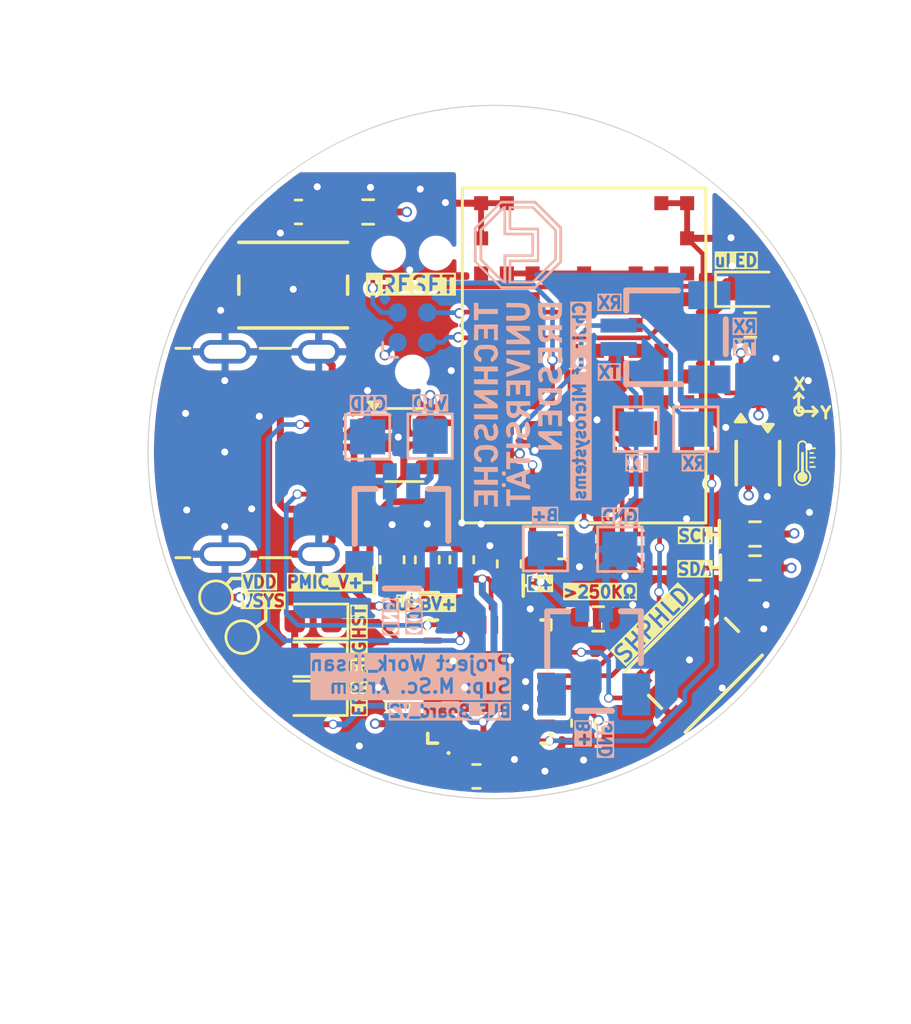
<source format=kicad_pcb>
(kicad_pcb (version 20240108) (generator "pcbnew") (generator_version "8.0")
  (layers (0 "F.Cu" signal) (1 "In1.Cu" power) (2 "In2.Cu" power) (31 "B.Cu" signal) (34 "B.Paste" user) (35 "F.Paste" user) (36 "B.SilkS" user "B.Silkscreen") (37 "F.SilkS" user "F.Silkscreen") (38 "B.Mask" user) (39 "F.Mask" user) (44 "Edge.Cuts" user))
  (net 0 "")
  (net 1 "/nRESET")
  (net 2 "GND")
  (net 3 "/VBUS")
  (net 4 "/VDD")
  (net 5 "/+BATT")
  (net 6 "/VSYS")
  (net 7 "/USB_VBUS")
  (net 8 "Net-(D1-A)")
  (net 9 "Net-(D3-K)")
  (net 10 "/PMIC_IO4")
  (net 11 "Net-(IC1-VSET2)")
  (net 12 "/SCL")
  (net 13 "/PMIC_IO2")
  (net 14 "/PMIC_SHPHLD")
  (net 15 "/USB_CC1")
  (net 16 "/PMIC_IO3")
  (net 17 "/PMIC_IO0")
  (net 18 "Net-(IC1-SW2)")
  (net 19 "/USB_CC2")
  (net 21 "/SDA")
  (net 22 "/PMIC_IO1")
  (net 23 "/SWCLK")
  (net 24 "/SWO")
  (net 25 "/SWDIO")
  (net 26 "Net-(J9-DP1)")
  (net 27 "Net-(J9-DN1)")
  (net 30 "/TX")
  (net 31 "/RX")
  (net 32 "/LED2")
  (net 44 "/RTS")
  (net 53 "/XL2")
  (net 58 "/CTS")
  (net 63 "/XL1")
  (net 68 "/USB_DP")
  (net 69 "/USB_DN")
  (net 75 "/INT1")
  (net 85 "Net-(D4-K)")
  (net 86 "Net-(D5-K)")
  (footprint "Resistor_SMD:R_0603_1608Metric" (layer "F.Cu") (at 161.25 128.725)
    (property "Reference" "R9" (hide yes))
    (property "Value" "4.7K")
  )
  (footprint "Project_Work:LIS2DTW12_STM" (layer "F.Cu") (at 161.4 121 90)
    (property "Reference" "U2" (hide yes))
    (property "Value" "LIS2DTW12")
  )
  (footprint "Capacitor_SMD:C_0603_1608Metric" (layer "F.Cu") (at 146 134.6 90)
    (property "Reference" "C8" (hide yes))
    (property "Value" "10uF")
  )
  (footprint "LOGO" (layer "F.Cu") (at 163.375 124.25)
    (property "Reference" "G***" (hide yes))
    (property "Value" "LOGO" (hide yes))
  )
  (footprint "Capacitor_SMD:C_0603_1608Metric" (layer "F.Cu") (at 153 127.825)
    (property "Reference" "C7" (hide yes))
    (property "Value" "4.7uF")
  )
  (footprint "LED_SMD:LED_0603_1608Metric" (layer "F.Cu") (at 142.375 131 180)
    (property "Reference" "D5" (hide yes))
    (property "Value" "Blue")
  )
  (footprint "Project_Work:SW4_PTS815 SJM 250 SMTR LFS_CNK" (layer "F.Cu") (at 141.525 116.65 180)
    (property "Reference" "SW1" (hide yes))
    (property "Value" "SW_MEC_5E")
  )
  (footprint "Resistor_SMD:R_0603_1608Metric" (layer "F.Cu") (at 144.725 113.525 180)
    (property "Reference" "R1" (hide yes))
    (property "Value" "4.7K")
  )
  (footprint "Capacitor_SMD:C_0603_1608Metric" (layer "F.Cu") (at 148.725 128.375 90)
    (property "Reference" "C13" (hide yes))
    (property "Value" "10uF")
  )
  (footprint "Project_Work:NORA-B106-00B" (layer "F.Cu") (at 153.95 120.55 90)
    (property "Reference" "U1" (hide yes))
    (property "Value" "NORA-B106-00B")
  )
  (footprint "Capacitor_SMD:C_0603_1608Metric" (layer "F.Cu") (at 147.25 128.375 90)
    (property "Reference" "C18" (hide yes))
    (property "Value" "100nF")
  )
  (footprint "Package_TO_SOT_SMD:SOT-23-6" (layer "F.Cu") (at 146.275 123.475)
    (property "Reference" "U6" (hide yes))
    (property "Value" "USBLC6-2SC6")
  )
  (footprint "Resistor_SMD:R_0603_1608Metric" (layer "F.Cu") (at 161.05 118.35 180)
    (property "Reference" "R2" (hide yes))
    (property "Value" "220R")
  )
  (footprint "Capacitor_SMD:C_0603_1608Metric" (layer "F.Cu") (at 153.925 135.35 -90)
    (property "Reference" "C9" (hide yes))
    (property "Value" "100nF")
  )
  (footprint "Inductor_SMD:L_0603_1608Metric" (layer "F.Cu") (at 149.35 137.625 180)
    (property "Reference" "L1" (hide yes))
    (property "Value" "2.2uH 20%")
  )
  (footprint "TestPoint:TestPoint_Pad_D1.0mm" (layer "F.Cu") (at 138.225 129.975)
    (property "Reference" "TP7" (hide yes))
    (property "Value" "TestPoint")
  )
  (footprint "Project_Work:SW4_PTS815 SJM 250 SMTR LFS_CNK" (layer "F.Cu") (at 158.623409 132.8 -135)
    (property "Reference" "SW2" (hide yes))
    (property "Value" "SW_MEC_5E")
  )
  (footprint "LED_SMD:LED_0603_1608Metric" (layer "F.Cu") (at 142.350001 134.2882 180)
    (property "Reference" "D3" (hide yes))
    (property "Value" "Red")
  )
  (footprint "Capacitor_SMD:C_0603_1608Metric" (layer "F.Cu") (at 150.75 128.55 90)
    (property "Reference" "C11" (hide yes))
    (property "Value" "2.2uF")
  )
  (footprint "Project_Work:NPM1300" (layer "F.Cu") (at 149.9 133.574301 90)
    (property "Reference" "IC1" (hide yes))
    (property "Value" "NPM1300-QEAA-R")
  )
  (footprint "Capacitor_SMD:C_0603_1608Metric" (layer "F.Cu") (at 145.75 128.375 90)
    (property "Reference" "C17" (hide yes))
    (property "Value" "100nF")
  )
  (footprint "TestPoint:TestPoint_Pad_D1.0mm" (layer "F.Cu") (at 139.35 131.675)
    (property "Reference" "TP9" (hide yes))
    (property "Value" "TestPoint")
  )
  (footprint "LED_SMD:LED_0603_1608Metric" (layer "F.Cu") (at 142.35 132.625 180)
    (property "Reference" "D4" (hide yes))
    (property "Value" "Green")
  )
  (footprint "Project_Work:SAMESKY_UJ20-C-H-G-SMT-P16-TR-USBC-FEMALE" (layer "F.Cu") (at 138.612498 123.81575 -90)
    (property "Reference" "J9" (hide yes))
    (property "Value" "UJ20-C-H-G-SMT-P16-TR")
  )
  (footprint "Project_Work:STS40" (layer "F.Cu") (at 161.374951 124.2493 -90)
    (property "Reference" "U4" (hide yes))
    (property "Value" "STS40")
  )
  (footprint "LED_SMD:LED_0603_1608Metric" (layer "F.Cu") (at 161.05 116.825)
    (property "Reference" "D1" (hide yes))
    (property "Value" "RED")
  )
  (footprint "Resistor_SMD:R_0603_1608Metric" (layer "F.Cu") (at 154.55 130.9)
    (property "Reference" "R6" (hide yes))
    (property "Value" "330K")
  )
  (footprint "Resistor_SMD:R_0603_1608Metric" (layer "F.Cu") (at 161.25 127.275)
    (property "Reference" "R8" (hide yes))
    (property "Value" "4.7K")
  )
  (footprint "Capacitor_SMD:C_0603_1608Metric" (layer "F.Cu") (at 141.75 113.525 180)
    (property "Reference" "C1" (hide yes))
    (property "Value" "100nF")
  )
  (footprint "TestPoint:TestPoint_Pad_1.5x1.5mm" (layer "B.Cu") (at 156.175 122.8 180)
    (property "Reference" "TP2" (hide yes))
    (property "Value" "TestPoint")
  )
  (footprint "Project_Work:SM02B-SRSS-TB" (layer "B.Cu") (at 154.375 132.225 180)
    (property "Reference" "J4" (hide yes))
    (property "Value" "SM02B-SRSS-TB")
  )
  (footprint "LOGO" (layer "B.Cu") (at 151.125 119.575 -90)
    (property "Reference" "g" (hide yes))
    (property "Value" "LOGO" (hide yes))
  )
  (footprint "TestPoint:TestPoint_Pad_1.5x1.5mm" (layer "B.Cu") (at 158.725 122.8 180)
    (property "Reference" "TP3" (hide yes))
    (property "Value" "TestPoint")
  )
  (footprint "TestPoint:TestPoint_Pad_1.5x1.5mm" (layer "B.Cu") (at 152.3 127.9 180)
    (property "Reference" "TP5" (hide yes))
    (property "Value" "TestPoint")
  )
  (footprint "TestPoint:TestPoint_Pad_1.5x1.5mm" (layer "B.Cu") (at 144.700003 123.124999 -90)
    (property "Reference" "TP1" (hide yes))
    (property "Value" "TestPoint")
  )
  (footprint "Project_Work:SM02B-SRSS-TB" (layer "B.Cu") (at 146.15 127 180)
    (property "Reference" "J3" (hide yes))
    (property "Value" "SM02B-SRSS-TB")
  )
  (footprint "Connector:Tag-Connect_TC2030-IDC-NL_2x03_P1.27mm_Vertical" (layer "B.Cu") (at 146.615002 117.819998 90)
    (property "Reference" "J2" (hide yes))
    (property "Value" "SWD_TagConnect")
  )
  (footprint "Project_Work:SM02B-SRSS-TB" (layer "B.Cu") (at 157.4 118.875 -90)
    (property "Reference" "J8" (hide yes))
    (property "Value" "SM02B-SRSS-TB")
  )
  (footprint "TestPoint:TestPoint_Pad_1.5x1.5mm" (layer "B.Cu") (at 147.375 123.1 -90)
    (property "Reference" "TP4" (hide yes))
    (property "Value" "TestPoint")
  )
  (footprint "TestPoint:TestPoint_Pad_1.5x1.5mm" (layer "B.Cu") (at 155.475 127.925 180)
    (property "Reference" "TP6" (hide yes))
    (property "Value" "TestPoint")
  )
  (gr_line (start 159.725 127.3) (end 159.725 127.85) (stroke (width 0.15)) (layer "F.SilkS"))
  (gr_line (start 144.975 128.675) (end 144.975 129.825) (stroke (width 0.15)) (layer "F.SilkS"))
  (gr_line (start 140.35 130.95) (end 140.35 130.425) (stroke (width 0.15)) (layer "F.SilkS"))
  (gr_line (start 139.95 131.25) (end 140.35 130.95) (stroke (width 0.15)) (layer "F.SilkS"))
  (gr_line (start 159.425 127.3) (end 159.725 127.3) (stroke (width 0.15)) (layer "F.SilkS"))
  (gr_line (start 151.35 129.475) (end 151.475 129.475) (stroke (width 0.15)) (layer "F.SilkS"))
  (gr_line (start 138.9 129.175) (end 138.675 129.425) (stroke (width 0.15)) (layer "F.SilkS"))
  (gr_line (start 159.775 129.225) (end 159.775 128.7) (stroke (width 0.15)) (layer "F.SilkS"))
  (gr_circle (center 163.125 122.025) (end 163.3 122.075) (stroke (width 0.12)) (fill none) (layer "F.SilkS"))
  (gr_line (start 139.3 129.175) (end 138.925 129.175) (stroke (width 0.15)) (layer "F.SilkS"))
  (gr_line (start 159.775 128.175) (end 159.775 129.225) (stroke (width 0.15)) (layer "F.SilkS"))
  (gr_line (start 144.5 129.35) (end 144.9 129.35) (stroke (width 0.15)) (layer "F.SilkS"))
  (gr_line (start 151.35 129.925) (end 151.35 129.025) (stroke (width 0.15)) (layer "F.SilkS"))
  (gr_line (start 159.775 128.7) (end 159.375 128.7) (stroke (width 0.15)) (layer "F.SilkS"))
  (gr_line (start 159.725 127.3) (end 159.725 126.7) (stroke (width 0.15)) (layer "F.SilkS"))
  (gr_line (start 144.975 129.2) (end 144.975 128.675) (stroke (width 0.15)) (layer "F.SilkS"))
  (gr_line (start 146.65 129.775) (end 147.725 129.775) (stroke (width 0.15)) (layer "F.SilkS"))
  (gr_line (start 151.35 129.025) (end 151.35 129.475) (stroke (width 0.15)) (layer "F.SilkS"))
  (gr_circle (center 150.125 123.775) (end 164.925 123.775) (stroke (width 0.05)) (fill none) (layer "Edge.Cuts"))
  (gr_text "Project Work_Ihsan\nSup: M.Sc. Artem" (at 150.9 134.125 0) (layer "B.SilkS" knockout) (effects (font (size 0.6 0.6) (thickness 0.125) (bold yes)) (justify left bottom mirror)))
  (gr_text "B+" (at 152.925 126.8 0) (layer "B.SilkS" knockout) (effects (font (size 0.5 0.5) (thickness 0.125) (bold yes)) (justify left bottom mirror)))
  (gr_text "GND" (at 156.325 126.825 0) (layer "B.SilkS" knockout) (effects (font (size 0.5 0.5) (thickness 0.125) (bold yes)) (justify left bottom mirror)))
  (gr_text "RX" (at 155.625 117.7 0) (layer "B.SilkS" knockout) (effects (font (size 0.5 0.5) (thickness 0.125) (bold yes)) (justify left bottom mirror)))
  (gr_text "TX\n" (at 155.525 120.675 0) (layer "B.SilkS" knockout) (effects (font (size 0.5 0.5) (thickness 0.125) (bold yes)) (justify left bottom mirror)))
  (gr_text "Chair of Microsystems" (at 154.05 117.3 90) (layer "B.SilkS" knockout) (effects (font (size 0.5 0.5) (thickness 0.125)) (justify left bottom mirror)))
  (gr_text "GND" (at 145.575 122.025 0) (layer "B.SilkS" knockout) (effects (font (size 0.5 0.5) (thickness 0.125) (bold yes)) (justify left bottom mirror)))
  (gr_text "B+" (at 154.225 135.15 90) (layer "B.SilkS" knockout) (effects (font (size 0.5 0.5) (thickness 0.125) (bold yes)) (justify left bottom mirror)))
  (gr_text "TX\n" (at 161.3 119.6 0) (layer "B.SilkS" knockout) (effects (font (size 0.5 0.5) (thickness 0.125) (bold yes)) (justify left bottom mirror)))
  (gr_text "VDD" (at 148.15 122 0) (layer "B.SilkS" knockout) (effects (font (size 0.5 0.5) (thickness 0.125) (bold yes)) (justify left bottom mirror)))
  (gr_text "RX" (at 159.225 124.55 0) (layer "B.SilkS" knockout) (effects (font (size 0.5 0.5) (thickness 0.125) (bold yes)) (justify left bottom mirror)))
  (gr_text "TX\n" (at 156.7 124.55 0) (layer "B.SilkS" knockout) (effects (font (size 0.5 0.5) (thickness 0.125) (bold yes)) (justify left bottom mirror)))
  (gr_text "RX" (at 161.4 118.725 0) (layer "B.SilkS" knockout) (effects (font (size 0.5 0.5) (thickness 0.125) (bold yes)) (justify left bottom mirror)))
  (gr_text "BLE_Board_V2" (at 150.9 134.55 0) (layer "B.SilkS" knockout) (effects (font (size 0.5 0.5) (thickness 0.125)) (justify left top mirror)))
  (gr_text "GND" (at 155.175 135.2 90) (layer "B.SilkS" knockout) (effects (font (size 0.5 0.5) (thickness 0.125) (bold yes)) (justify left bottom mirror)))
  (gr_text "VDD" (at 147 130.025 90) (layer "B.SilkS" knockout) (effects (font (size 0.5 0.5) (thickness 0.125) (bold yes)) (justify left bottom mirror)))
  (gr_text "GND" (at 146 129.975 90) (layer "B.SilkS" knockout) (effects (font (size 0.5 0.5) (thickness 0.125) (bold yes)) (justify left bottom mirror)))
  (gr_text "." (at 148.25 136.825 90) (layer "F.SilkS") (effects (font (size 0.5 0.5) (thickness 0.125) (bold yes)) (justify left bottom)))
  (gr_text "VSYS" (at 139.275 130.425 0) (layer "F.SilkS" knockout) (effects (font (size 0.5 0.5) (thickness 0.125) (bold yes)) (justify left bottom)))
  (gr_text "uLED" (at 159.45 115.9 0) (layer "F.SilkS" knockout) (effects (font (size 0.5 0.5) (thickness 0.125) (bold yes)) (justify left bottom)))
  (gr_text "PMIC_V+\n" (at 141.175 129.625 0) (layer "F.SilkS" knockout) (effects (font (size 0.5 0.5) (thickness 0.125) (bold yes)) (justify left bottom)))
  (gr_text "HST" (at 144.65 131.825 90) (layer "F.SilkS" knockout) (effects (font (size 0.5 0.5) (thickness 0.125) (bold yes)) (justify left bottom)))
  (gr_text "SHPHLD" (at 155.65 132.95 45) (layer "F.SilkS" knockout) (effects (font (size 0.7 0.7) (thickness 0.125) (bold yes)) (justify left bottom)))
  (gr_text "→" (at 162.825001 122.55 0) (layer "F.SilkS") (effects (font (size 1 1) (thickness 0.125)) (justify left bottom)))
  (gr_text "B+" (at 151.425 129.7 0) (layer "F.SilkS" knockout) (effects (font (size 0.5 0.5) (thickness 0.125) (bold yes)) (justify left bottom)))
  (gr_text "ERR" (at 144.65 135.125 90) (layer "F.SilkS" knockout) (effects (font (size 0.5 0.5) (thickness 0.125) (bold yes)) (justify left bottom)))
  (gr_text "SDA" (at 157.875 129.075 0) (layer "F.SilkS" knockout) (effects (font (size 0.5 0.5) (thickness 0.125) (bold yes)) (justify left bottom)))
  (gr_text "nRESET" (at 144.525 117.05 0) (layer "F.SilkS" knockout) (effects (font (size 0.7 0.7) (thickness 0.125) (bold yes)) (justify left bottom)))
  (gr_text "X\n" (at 162.825 121.175 0) (layer "F.SilkS") (effects (font (size 0.5 0.5) (thickness 0.125)) (justify left bottom)))
  (gr_text "→" (at 163.625 122.35 90) (layer "F.SilkS") (effects (font (size 1 1) (thickness 0.125)) (justify left bottom)))
  (gr_text "SCL" (at 157.9 127.65 0) (layer "F.SilkS" knockout) (effects (font (size 0.5 0.5) (thickness 0.125) (bold yes)) (justify left bottom)))
  (gr_text "VDD" (at 139.3 129.625 0) (layer "F.SilkS" knockout) (effects (font (size 0.5 0.5) (thickness 0.125) (bold yes)) (justify left bottom)))
  (gr_text ">250KΩ" (at 152.975 130.05 0) (layer "F.SilkS" knockout) (effects (font (size 0.5 0.5) (thickness 0.125)) (justify left bottom)))
  (gr_text "CHG" (at 144.65 133.475 90) (layer "F.SilkS" knockout) (effects (font (size 0.5 0.5) (thickness 0.125) (bold yes)) (justify left bottom)))
  (gr_text "USBV+" (at 145.85 130.55 0) (layer "F.SilkS" knockout) (effects (font (size 0.5 0.5) (thickness 0.125) (bold yes)) (justify left bottom)))
  (gr_text "Y" (at 163.975 122.4 0) (layer "F.SilkS") (effects (font (size 0.5 0.5) (thickness 0.125)) (justify left bottom)))
  (segment (start 143.775002 115.575001) (end 139.274999 115.575001) (width 0.3) (layer "F.Cu") (net 1))
  (segment (start 143.9 113.525) (end 143.9 115.450003) (width 0.2) (layer "F.Cu") (net 1))
  (segment (start 156.15 117.25) (end 155.625 116.725) (width 0.2) (layer "F.Cu") (net 1))
  (segment (start 142.525 113.525) (end 143.9 113.525) (width 0.3) (layer "F.Cu") (net 1))
  (segment (start 155.625 116.725) (end 144.975 116.725) (width 0.2) (layer "F.Cu") (net 1))
  (segment (start 143.775002 115.575001) (end 144.500001 115.575001) (width 0.2) (layer "F.Cu") (net 1))
  (segment (start 144.975 116.725) (end 144.925 116.775) (width 0.2) (layer "F.Cu") (net 1))
  (segment (start 144.925 116) (end 144.925 116.775) (width 0.2) (layer "F.Cu") (net 1))
  (segment (start 143.9 115.450003) (end 143.775002 115.575001) (width 0.2) (layer "F.Cu") (net 1))
  (segment (start 144.500001 115.575001) (end 144.925 116) (width 0.2) (layer "F.Cu") (net 1))
  (via (at 144.925 116.775) (size 0.45) (drill 0.3) (layers "F.Cu" "B.Cu") (net 1))
  (segment (start 144.925 116.775) (end 144.925 117.45) (width 0.2) (layer "B.Cu") (net 1))
  (segment (start 145.294998 117.819998) (end 145.980002 117.819998) (width 0.2) (layer "B.Cu") (net 1))
  (segment (start 144.925 117.45) (end 145.294998 117.819998) (width 0.2) (layer "B.Cu") (net 1))
  (segment (start 158.35 114.65) (end 160.2 114.65) (width 0.3) (layer "F.Cu") (net 2))
  (segment (start 146.000697 133.824302) (end 146 133.824999) (width 0.2) (layer "F.Cu") (net 2))
  (segment (start 150.650001 136.000001) (end 150.650001 134.324302) (width 0.2) (layer "F.Cu") (net 2))
  (segment (start 154.5 121.65) (end 153.4 121.65) (width 0.3) (layer "F.Cu") (net 2))
  (segment (start 147.4743 133.824302) (end 146.000697 133.824302) (width 0.2) (layer "F.Cu") (net 2))
  (segment (start 143.187501 127.015753) (end 143.187501 127.560748) (width 0.3) (layer "F.Cu") (net 2))
  (segment (start 157.250001 124.950001) (end 158.349999 126.049999) (width 0.25) (layer "F.Cu") (net 2))
  (segment (start 153.4 121.65) (end 153.4 122.35) (width 0.3) (layer "F.Cu") (net 2))
  (segment (start 138.612498 119.495747) (end 138.612498 120.712502) (width 0.2) (layer "F.Cu") (net 2))
  (segment (start 149.549999 126.05) (end 150.65 124.949999) (width 0.25) (layer "F.Cu") (net 2))
  (segment (start 150.825 132.05) (end 150.825 132.649301) (width 0.2) (layer "F.Cu") (net 2))
  (segment (start 149.55 113.15) (end 149.55 114.649999) (width 0.25) (layer "F.Cu") (net 2))
  (segment (start 155.975 130.3) (end 155.375 130.9) (width 0.3) (layer "F.Cu") (net 2))
  (segment (start 154.5 121.65) (end 154.5 122.4) (width 0.3) (layer "F.Cu") (net 2))
  (segment (start 160.97454 131.969148) (end 160.980852 131.969148) (width 0.3) (layer "F.Cu") (net 2))
  (segment (start 138.612498 126.962498) (end 138.6 126.95) (width 0.2) (layer "F.Cu") (net 2))
  (segment (start 151.15 131.1486) (end 151.15 131.725) (width 0.2) (layer "F.Cu") (net 2))
  (segment (start 138.612498 119.495747) (end 142.612498 119.495747) (width 0.3) (layer "F.Cu") (net 2))
  (segment (start 153.925 136.125) (end 153.925 136.925) (width 0.3) (layer "F.Cu") (net 2))
  (segment (start 157.25 113.15) (end 158.35 113.15) (width 0.25) (layer "F.Cu") (net 2))
  (segment (start 153.400001 120.549999) (end 154.499997 120.549999) (width 0.3) (layer "F.Cu") (net 2))
  (segment (start 149.55 113.15) (end 148.05 113.15) (width 0.3) (layer "F.Cu") (net 2))
  (segment (start 144.590746 120.615746) (end 143.187498 120.615746) (width 0.3) (layer "F.Cu") (net 2))
  (segment (start 150.650001 136.000001) (end 150.650001 136.575001) (width 0.2) (layer "F.Cu") (net 2))
  (segment (start 147.4743 133.824302) (end 148.85 133.824302) (width 0.2) (layer "F.Cu") (net 2))
  (segment (start 149.649999 133.824302) (end 149.9 133.574301) (width 0.2) (layer "F.Cu") (net 2))
  (segment (start 139.274998 117.724999) (end 143.775001 117.724999) (width 0.3) (layer "F.Cu") (net 2))
  (segment (start 150.81215 132.662151) (end 149.9 133.574301) (width 0.2) (layer "F.Cu") (net 2))
  (segment (start 160.2 114.65) (end 160.225 114.625) (width 0.3) (layer "F.Cu") (net 2))
  (segment (start 138.612498 120.712502) (end 138.6 120.725) (width 0.2) (layer "F.Cu") (net 2))
  (segment (start 156.025 130.3) (end 155.975 130.3) (width 0.3) (layer "F.Cu") (net 2))
  (segment (start 142.612498 119.495747) (end 142.612499 119.495748) (width 0.3) (layer "F.Cu") (net 2))
  (segment (start 143.187501 127.560748) (end 142.612499 128.13575) (width 0.3) (layer "F.Cu") (net 2))
  (segment (start 149.549999 126.05) (end 149.549999 126.849999) (width 0.3) (layer "F.Cu") (net 2))
  (segment (start 151.649999 130.475001) (end 151.65 130.475) (width 0.2) (layer "F.Cu") (net 2))
  (segment (start 160.262499 115.837501) (end 160.275 115.825) (width 0.3) (layer "F.Cu") (net 2))
  (segment (start 146.0125 123.1375) (end 145.675 123.475) (width 0.2) (layer "F.Cu") (net 2))
  (segment (start 154.499999 120.550001) (end 154.499999 121.649999) (width 0.3) (layer "F.Cu") (net 2))
  (segment (start 144.7 120.625) (end 144.6 120.625) (width 0.3) (layer "F.Cu") (net 2))
  (segment (start 150.650001 136.575001) (end 150.975 136.9) (width 0.2) (layer "F.Cu") (net 2))
  (segment (start 160.980852 131.969148) (end 161.625 131.325) (width 0.3) (layer "F.Cu") (net 2))
  (segment (start 151.45 134.675) (end 151.000699 134.675) (width 0.2) (layer "F.Cu") (net 2))
  (segment (start 159.025 115.325) (end 158.35 114.65) (width 0.2) (layer "F.Cu") (net 2))
  (segment (start 148.35 132.7) (end 149.025699 132.7) (width 0.2) (layer "F.Cu") (net 2))
  (segment (start 160.262499 116.825) (end 160.262499 115.837501) (width 0.3) (layer "F.Cu") (net 2))
  (segment (start 161.775002 124.998603) (end 161.775002 125.674998) (width 0.2) (layer "F.Cu") (net 2))
  (segment (start 151.45 133.575) (end 149.900699 133.575) (width 0.2) (layer "F.Cu") (net 2))
  (segment (start 145.75 127.6) (end 145.75 126.875) (width 0.3) (layer "F.Cu") (net 2))
  (segment (start 138.612498 128.135753) (end 142.612496 128.135753) (width 0.3) (layer "F.Cu") (net 2))
  (segment (start 149.549999 126.849999) (end 149.55 126.85) (width 0.3) (layer "F.Cu") (net 2))
  (segment (start 147.474301 134.824301) (end 148.65 134.824301) (width 0.2) (layer "F.Cu") (net 2))
  (segment (start 144.7 121.15) (end 144.7 120.625) (width 0.3) (layer "F.Cu") (net 2))
  (segment (start 148.05 113.15) (end 148.025 113.125) (width 0.3) (layer "F.Cu") (net 2))
  (segment (start 150.75 127.775) (end 149.925 127.775) (width 0.3) (layer "F.Cu") (net 2))
  (segment (start 157.792557 135.151131) (end 160.97454 131.969148) (width 0.3) (layer "F.Cu") (net 2))
  (segment (start 150.81215 132.66215) (end 150.81215 132.662151) (width 0.2) (layer "F.Cu") (net 2))
  (segment (start 150.812151 132.66215) (end 150.81215 132.66215) (width 0.2) (layer "F.Cu") (net 2))
  (segment (start 138.425001 117.724999) (end 138.425 117.725) (width 0.3) (layer "F.Cu") (net 2))
  (segment (start 161.649999 120.238) (end 162.150001 120.238) (width 0.2) (layer "F.Cu") (net 2))
  (segment (start 151.749999 116.149999) (end 151.75 116.15) (width 0.25) (layer "F.Cu") (net 2))
  (segment (start 150.65 113.15) (end 149.55 113.15) (width 0.25) (layer "F.Cu") (net 2))
  (segment (start 153.400001 120.549999) (end 153.400001 121.649999) (width 0.3) (layer "F.Cu") (net 2))
  (segment (start 139.274998 117.724999) (end 138.425001 117.724999) (width 0.3) (layer "F.Cu") (net 2))
  (segment (start 159.025 116.475) (end 159.025 115.325) (width 0.2) (layer "F.Cu") (net 2))
  (segment (start 157.25 124.950001) (end 157.250001 124.950001) (width 0.25) (layer "F.Cu") (net 2))
  (segment (start 148.65 136.000002) (end 148.65 134.824301) (width 0.2) (layer "F.Cu") (net 2))
  (segment (start 140.975 113.525) (end 140.975 114.425) (width 0.3) (layer "F.Cu") (net 2))
  (segment (start 157.799999 116.7) (end 158.8 116.7) (width 0.2) (layer "F.Cu") (net 2))
  (segment (start 149.55 114.649999) (end 149.549999 114.65) (width 0.25) (layer "F.Cu") (net 2))
  (segment (start 143.187498 120.615746) (end 143.187498 120.070747) (width 0.3) (layer "F.Cu") (net 2))
  (segment (start 151.75 116.15) (end 153.95 116.15) (width 0.25) (layer "F.Cu") (net 2))
  (segment (start 143.187498 120.070747) (end 142.612499 119.495748) (width 0.3) (layer "F.Cu") (net 2))
  (segment (start 148.65 134.824301) (end 149.9 133.574301) (width 0.2) (layer "F.Cu") (net 2))
  (segment (start 149.65 133.324301) (end 149.9 133.574301) (width 0.2) (layer "F.Cu") (net 2))
  (segment (start 151.649999 131.148601) (end 151.149999 131.148601) (width 0.2) (layer "F.Cu") (net 2))
  (segment (start 153.95 116.15) (end 157.249999 116.15) (width 0.25) (layer "F.Cu") (net 2))
  (segment (start 145.175001 133.824999) (end 145.175 133.825) (width 0.3) (layer "F.Cu") (net 2))
  (segment (start 144.6 120.625) (end 144.590746 120.615746) (width 0.3) (layer "F.Cu") (net 2))
  (segment (start 157.249999 116.15) (end 157.25 116.150001) (width 0.25) (layer "F.Cu") (net 2))
  (segment (start 162.150001 120.238) (end 162.150001 120.738) (width 0.2) (layer "F.Cu") (net 2))
  (segment (start 145.675 123.475) (end 145.1375 123.475) (width 0.2) (layer "F.Cu") (net 2))
  (segment (start 142.612496 128.135753) (end 142.612499 128.13575) (width 0.3) (layer "F.Cu") (net 2))
  (segment (start 147.4743 134.324302) (end 149.149999 134.324302) (width 0.2) (layer "F.Cu") (net 2))
  (segment (start 149.900699 133.575) (end 149.9 133.574301) (width 0.2) (layer "F.Cu") (net 2))
  (segment (start 150.825 132.649301) (end 150.812151 132.66215) (width 0.2) (layer "F.Cu") (net 2))
  (segment (start 138.612498 128.135753) (end 138.612498 126.962498) (width 0.2) (layer "F.Cu") (net 2))
  (segment (start 151.649999 131.148601) (end 151.649999 130.475001) (width 0.2) (layer "F.Cu") (net 2))
  (segment (start 151.000699 134.675) (end 149.9 133.574301) (width 0.2) (layer "F.Cu") (net 2))
  (segment (start 158.35 113.15) (end 158.35 114.65) (width 0.25) (layer "F.Cu") (net 2))
  (segment (start 159.484344 133.484344) (end 159.459344 133.484344) (width 0.3) (layer "F.Cu") (net 2))
  (segment (start 151.15 131.725) (end 150.825 132.05) (width 0.2) (layer "F.Cu") (net 2))
  (segment (start 153.400001 121.649999) (end 153.4 121.65) (width 0.3) (layer "F.Cu") (net 2))
  (segment (start 153.775001 127.825) (end 153.775001 128.649999) (width 0.3) (layer "F.Cu") (net 2))
  (segment (start 157.25 116.150001) (end 157.799999 116.7) (width 0.2) (layer "F.Cu") (net 2))
  (segment (start 153.775001 128.649999) (end 153.75 128.675) (width 0.3) (layer "F.Cu") (net 2))
  (segment (start 147.474299 133.324301) (end 148.875 133.324301) (width 0.2) (layer "F.Cu") (net 2))
  (segment (start 159.85 133.85) (end 159.484344 133.484344) (width 0.3) (layer "F.Cu") (net 2))
  (segment (start 154.499997 120.549999) (end 154.499999 120.550001) (width 0.3) (layer "F.Cu") (net 2))
  (segment (start 162.150001 119.775001) (end 162.15 119.775) (width 0.2) (layer "F.Cu") (net 2))
  (segment (start 147.25 127.6) (end 147.25 126.85) (width 0.3) (layer "F.Cu") (net 2))
  (segment (start 161.775002 125.674998) (end 161.775 125.675) (width 0.2) (layer "F.Cu") (net 2))
  (segment (start 148.725 127.6) (end 148.725 126.8) (width 0.3) (layer "F.Cu") (net 2))
  (segment (start 150.65 116.149999) (end 151.749999 116.149999) (width 0.25) (layer "F.Cu") (net 2))
  (segment (start 162.150001 120.238) (end 162.150001 119.775001) (width 0.2) (layer "F.Cu") (net 2))
  (segment (start 149.149999 134.324302) (end 149.9 133.574301) (width 0.2) (layer "F.Cu") (net 2))
  (segment (start 162.150001 120.738) (end 162.162001 120.75) (width 0.2) (layer "F.Cu") (net 2))
  (segment (start 158.8 116.7) (end 159.025 116.475) (width 0.2) (layer "F.Cu") (net 2))
  (segment (start 154.499999 121.649999) (end 154.5 121.65) (width 0.3) (layer "F.Cu") (net 2))
  (segment (start 146 133.824999) (end 145.175001 133.824999) (width 0.3) (layer "F.Cu") (net 2))
  (via (at 149.55 126.85) (size 0.45) (drill 0.3) (layers "F.Cu" "B.Cu") (net 2))
  (via (at 144.35 136.325) (size 0.4) (drill 0.3) (layers "F.Cu" "B.Cu") (net 2))
  (via (at 144.7 121.15) (size 0.45) (drill 0.3) (layers "F.Cu" "B.Cu") (net 2))
  (via (at 141.525 116.825) (size 0.4) (drill 0.3) (layers "F.Cu" "B.Cu") (net 2))
  (via (at 151.45 133.575) (size 0.45) (drill 0.3) (layers "F.Cu" "B.Cu") (net 2))
  (via (at 161.775 125.675) (size 0.45) (drill 0.3) (layers "F.Cu" "B.Cu") (net 2))
  (via (at 138.6 126.95) (size 0.45) (drill 0.3) (layers "F.Cu" "B.Cu") (net 2))
  (via (at 160 122.725) (size 0.45) (drill 0.3) (layers "F.Cu" "B.Cu") (net 2))
  (via (at 160.225 114.625) (size 0.45) (drill 0.3) (layers "F.Cu" "B.Cu") (net 2))
  (via (at 136.975 126.25) (size 0.4) (drill 0.3) (layers "F.Cu" "B.Cu") (net 2))
  (via (at 149.925 127.775) (size 0.45) (drill 0.3) (layers "F.Cu" "B.Cu") (net 2))
  (via (at 159.85 133.85) (size 0.45) (drill 0.3) (layers "F.Cu" "B.Cu") (net 2))
  (via (at 140.075 122.25) (size 0.4) (drill 0.3) (layers "F.Cu" "B.Cu") (net 2))
  (via (at 152.275 137.4) (size 0.4) (drill 0.3) (layers "F.Cu" "B.Cu") (net 2))
  (via (at 161.625 131.325) (size 0.45) (drill 0.3) (layers "F.Cu" "B.Cu") (net 2))
  (via (at 163.525 120.725) (size 0.4) (drill 0.3) (layers "F.Cu" "B.Cu") (net 2))
  (via (at 138.6 123.775) (size 0.4) (drill 0.3) (layers "F.Cu" "B.Cu") (net 2))
  (via (at 150.975 136.9) (size 0.45) (drill 0.3) (layers "F.Cu" "B.Cu") (net 2))
  (via (at 146.5 116) (size 0.45) (drill 0.3) (layers "F.Cu" "B.Cu") (net 2))
  (via (at 156.025 130.3) (size 0.45) (drill 0.3) (layers "F.Cu" "B.Cu") (net 2))
  (via (at 151.847477 123.707646) (size 0.45) (drill 0.3) (layers "F.Cu" "B.Cu") (net 2))
  (via (at 145.175 133.825) (size 0.45) (drill 0.3) (layers "F.Cu" "B.Cu") (net 2))
  (via (at 151.45 134.675) (size 0.45) (drill 0.3) (layers "F.Cu" "B.Cu") (net 2))
  (via (at 144.825 112.475) (size 0.4) (drill 0.3) (layers "F.Cu" "B.Cu") (net 2))
  (via (at 140.975 114.425) (size 0.45) (drill 0.3) (layers "F.Cu" "B.Cu") (net 2))
  (via (at 162.15 119.775) (size 0.45) (drill 0.3) (layers "F.Cu" "B.Cu") (net 2))
  (via (at 146.0125 123.1375) (size 0.45) (drill 0.3) (layers "F.Cu" "B.Cu") (net 2))
  (via (at 148.275 120.3) (size 0.4) (drill 0.3) (layers "F.Cu" "B.Cu") (net 2))
  (via (at 153.925 136.925) (size 0.45) (drill 0.3) (layers "F.Cu" "B.Cu") (net 2))
  (via (at 146.95 112.55) (size 0.4) (drill 0.3) (layers "F.Cu" "B.Cu") (net 2))
  (via (at 148.85 133.824302) (size 0.45) (drill 0.3) (layers "F.Cu" "B.Cu") (net 2))
  (via (at 160.275 115.825) (size 0.45) (drill 0.3) (layers "F.Cu" "B.Cu") (net 2))
  (via (at 155.7 129.075) (size 0.45) (drill 0.3) (layers "F.Cu" "B.Cu") (net 2))
  (via (at 150.81215 132.66215) (size 0.45) (drill 0.3) (layers "F.Cu" "B.Cu") (net 2))
  (via (at 148.35 132.7) (size 0.45) (drill 0.3) (layers "F.Cu" "B.Cu") (net 2))
  (via (at 147.25 126.85) (size 0.45) (drill 0.3) (layers "F.Cu" "B.Cu") (net 2))
  (via (at 136.925 122.125) (size 0.4) (drill 0.3) (layers "F.Cu" "B.Cu") (net 2))
  (via (at 139.75 126.2) (size 0.4) (drill 0.3) (layers "F.Cu" "B.Cu") (net 2))
  (via (at 158.325 126.625) (size 0.45) (drill 0.3) (layers "F.Cu" "B.Cu") (net 2))
  (via (at 148.725 126.8) (size 0.45) (drill 0.3) (layers "F.Cu" "B.Cu") (net 2))
  (via (at 151.65 130.475) (size 0.45) (drill 0.3) (layers "F.Cu" "B.Cu") (net 2))
  (via (at 163.575 126.35) (size 0.4) (drill 0.3) (layers "F.Cu" "B.Cu") (net 2))
  (via (at 153.4 122.35) (size 0.45) (drill 0.3) (layers "F.Cu" "B.Cu") (net 2))
  (via (at 148.025 113.125) (size 0.45) (drill 0.3) (layers "F.Cu" "B.Cu") (net 2))
  (via (at 163.55 123.55) (size 0.4) (drill 0.3) (layers "F.Cu" "B.Cu") (net 2))
  (via (at 138.6 120.725) (size 0.45) (drill 0.3) (layers "F.Cu" "B.Cu") (net 2))
  (via (at 161.725 130.3) (size 0.4) (drill 0.3) (layers "F.Cu" "B.Cu") (net 2))
  (via (at 158.45 132.65) (size 0.4) (drill 0.3) (layers "F.Cu" "B.Cu") (net 2))
  (via (at 138.425 117.725) (size 0.45) (drill 0.3) (layers "F.Cu" "B.Cu") (net 2))
  (via (at 142.55 112.45) (size 0.4) (drill 0.3) (layers "F.Cu" "B.Cu") (net 2))
  (via (at 153.75 128.675) (size 0.45) (drill 0.3) (layers "F.Cu" "B.Cu") (net 2))
  (via (at 145.75 126.875) (size 0.45) (drill 0.3) (layers "F.Cu" "B.Cu") (net 2))
  (via (at 154.5 122.4) (size 0.45) (drill 0.3) (layers "F.Cu" "B.Cu") (net 2))
  (segment (start 155.7 129.075) (end 155.7 128.15) (width 0.3) (layer "B.Cu") (net 2))
  (segment (start 144.975002 125.024998) (end 145.650001 125.024998) (width 0.3) (layer "B.Cu") (net 2))
  (segment (start 145.980003 116.549998) (end 145.980003 116.519997) (width 0.2) (layer "B.Cu") (net 2))
  (segment (start 144.700003 123.124999) (end 145.999999 123.124999) (width 0.3) (layer "B.Cu") (net 2))
  (segment (start 144.700003 123.124999) (end 144.700003 121.150003) (width 0.3) (layer "B.Cu") (net 2))
  (segment (start 154.875 128.525) (end 154.875 130.249998) (width 0.3) (layer "B.Cu") (net 2))
  (segment (start 144.700003 121.150003) (end 144.7 121.15) (width 0.3) (layer "B.Cu") (net 2))
  (segment (start 155.475 127.925) (end 154.875 128.525) (width 0.3) (layer "B.Cu") (net 2))
  (segment (start 144.700003 124.750003) (end 144.975 125.025) (width 0.3) (layer "B.Cu") (net 2))
  (segment (start 154.875001 130.249999) (end 155.974999 130.249999) (width 0.3) (layer "B.Cu") (net 2))
  (segment (start 145.980003 116.519997) (end 146.5 116) (width 0.2) (layer "B.Cu") (net 2))
  (segment (start 153.75 128.675) (end 154.725 128.675) (width 0.3) (layer "B.Cu") (net 2))
  (segment (start 145.999999 123.124999) (end 146.0125 123.1375) (width 0.3) (layer "B.Cu") (net 2))
  (segment (start 144.700003 123.124999) (end 144.700003 124.750003) (width 0.3) (layer "B.Cu") (net 2))
  (segment (start 155.974999 130.249999) (end 156.025 130.3) (width 0.3) (layer "B.Cu") (net 2))
  (segment (start 155.7 128.15) (end 155.475 127.925) (width 0.3) (layer "B.Cu") (net 2))
  (segment (start 154.875 130.249998) (end 154.875001 130.249999) (width 0.3) (layer "B.Cu") (net 2))
  (segment (start 144.975 125.025) (end 144.975002 125.024998) (width 0.3) (layer "B.Cu") (net 2))
  (segment (start 145.75 130.075) (end 146.125 130.45) (width 0.2) (layer "F.Cu") (net 3))
  (segment (start 144.8 126.725) (end 144.8 128.95) (width 0.3) (layer "F.Cu") (net 3))
  (segment (start 146.125 130.45) (end 148.859398 130.45) (width 0.2) (layer "F.Cu") (net 3))
  (segment (start 149.55 124.95) (end 148.825 124.95) (width 0.3) (layer "F.Cu") (net 3))
  (segment (start 145 129.15) (end 145.75 129.15) (width 0.3) (layer "F.Cu") (net 3))
  (segment (start 148.825 124.95) (end 147.875 125.9) (width 0.3) (layer "F.Cu") (net 3))
  (segment (start 144.8 128.95) (end 145 129.15) (width 0.3) (layer "F.Cu") (net 3))
  (segment (start 149.149999 130.740601) (end 149.149999 131.148601) (width 0.2) (layer "F.Cu") (net 3))
  (segment (start 145.75 129.4) (end 145.75 130.075) (width 0.2) (layer "F.Cu") (net 3))
  (segment (start 145.625 125.9) (end 144.8 126.725) (width 0.3) (layer "F.Cu") (net 3))
  (segment (start 147.875 125.9) (end 145.625 125.9) (width 0.3) (layer "F.Cu") (net 3))
  (segment (start 148.859398 130.45) (end 149.149999 130.740601) (width 0.2) (layer "F.Cu") (net 3))
  (segment (start 151.75 126.05) (end 151.749999 126.050001) (width 0.2) (layer "F.Cu") (net 4))
  (segment (start 151.749999 124.950001) (end 151.75 124.95) (width 0.3) (layer "F.Cu") (net 4))
  (segment (start 145.025001 135.375001) (end 145.025 135.375) (width 0.3) (layer "F.Cu") (net 4))
  (segment (start 161.4 122.2) (end 161.4 121.762) (width 0.2) (layer "F.Cu") (net 4))
  (segment (start 153.925 134.05) (end 153.925 134.575) (width 0.2) (layer "F.Cu") (net 4))
  (segment (start 160.974902 125.624902) (end 160.975 125.625) (width 0.2) (layer "F.Cu") (net 4))
  (segment (start 160.65 120.238) (end 160.65 119.55) (width 0.2) (layer "F.Cu") (net 4))
  (segment (start 151.749999 126.050001) (end 151.749999 127.35) (width 0.3) (layer "F.Cu") (net 4))
  (segment (start 162.075 127.275) (end 162.9 127.275) (width 0.3) (layer "F.Cu") (net 4))
  (segment (start 151.749999 127.35) (end 152.224999 127.825) (width 0.3) (layer "F.Cu") (net 4))
  (segment (start 146 136.85) (end 146.774999 137.624999) (width 0.3) (layer "F.Cu") (net 4))
  (segment (start 146.774999 137.624999) (end 148.562498 137.624999) (width 0.3) (layer "F.Cu") (net 4))
  (segment (start 145.55 113.525) (end 146.375 113.525) (width 0.3) (layer "F.Cu") (net 4))
  (segment (start 151.749999 126.050001) (end 151.749999 124.950001) (width 0.3) (layer "F.Cu") (net 4))
  (segment (start 161.149999 120.238) (end 161.15 120.237999) (width 0.2) (layer "F.Cu") (net 4))
  (segment (start 150.65 126.050001) (end 151.749999 126.050001) (width 0.3) (layer "F.Cu") (net 4))
  (segment (start 146 135.375001) (end 146 136.85) (width 0.3) (layer "F.Cu") (net 4))
  (segment (start 138.225 129.975) (end 139.25 129.975) (width 0.3) (layer "F.Cu") (net 4))
  (segment (start 161.649999 121.762) (end 161.65 121.762001) (width 0.2) (layer "F.Cu") (net 4))
  (segment (start 160.65 120.238) (end 161.149999 120.238) (width 0.2) (layer "F.Cu") (net 4))
  (segment (start 146 135.375001) (end 145.025001 135.375001) (width 0.3) (layer "F.Cu") (net 4))
  (segment (start 147.4743 135.3243) (end 146.050701 135.3243) (width 0.2) (layer "F.Cu") (net 4))
  (segment (start 151.75 124.325) (end 151.75 124.95) (width 0.2) (layer "F.Cu") (net 4))
  (segment (start 153.925 134.575) (end 154.575 135.225) (width 0.2) (layer "F.Cu") (net 4))
  (segment (start 162.9 127.275) (end 162.925 127.25) (width 0.3) (layer "F.Cu") (net 4))
  (segment (start 152.325701 133.824301) (end 153.699301 133.824301) (width 0.2) (layer "F.Cu") (net 4))
  (segment (start 161.150001 121.762) (end 161.649999 121.762) (width 0.2) (layer "F.Cu") (net 4))
  (segment (start 162.075 128.725) (end 162.8 128.725) (width 0.3) (layer "F.Cu") (net 4))
  (segment (start 153.699301 133.824301) (end 153.925 134.05) (width 0.2) (layer "F.Cu") (net 4))
  (segment (start 160.974902 124.998601) (end 160.974902 125.624902) (width 0.2) (layer "F.Cu") (net 4))
  (via (at 151.75 124.325) (size 0.4) (drill 0.3) (layers "F.Cu" "B.Cu") (net 4))
  (via (at 160.975 125.625) (size 0.45) (drill 0.3) (layers "F.Cu" "B.Cu") (net 4))
  (via (at 145.025 135.375) (size 0.45) (drill 0.3) (layers "F.Cu" "B.Cu") (net 4))
  (via (at 139.25 129.975) (size 0.45) (drill 0.3) (layers "F.Cu" "B.Cu") (net 4))
  (via (at 145.4375 119.6375) (size 0.45) (drill 0.3) (layers "F.Cu" "B.Cu") (net 4))
  (via (at 147.375 121.35) (size 0.45) (drill 0.3) (layers "F.Cu" "B.Cu") (net 4))
  (via (at 160.65 119.55) (size 0.45) (drill 0.3) (layers "F.Cu" "B.Cu") (net 4))
  (via (at 154.575 135.225) (size 0.45) (drill 0.3) (layers "F.Cu" "B.Cu") (net 4))
  (via (at 162.925 127.25) (size 0.45) (drill 0.3) (layers "F.Cu" "B.Cu") (net 4))
  (via (at 161.4 122.2) (size 0.45) (drill 0.3) (layers "F.Cu" "B.Cu") (net 4))
  (via (at 146.375 113.525) (size 0.45) (drill 0.3) (layers "F.Cu" "B.Cu") (net 4))
  (via (at 162.8 128.725) (size 0.45) (drill 0.3) (layers "F.Cu" "B.Cu") (net 4))
  (segment (start 147.375 124.85) (end 147.375 123.15) (width 0.3) (layer "B.Cu") (net 4))
  (segment (start 145.4375 119.6375) (end 145.980004 119.094996) (width 0.2) (layer "B.Cu") (net 4))
  (segment (start 146.650001 125.024998) (end 147.200002 125.024998) (width 0.3) (layer "B.Cu") (net 4))
  (segment (start 147.200002 125.024998) (end 147.375 124.85) (width 0.3) (layer "B.Cu") (net 4))
  (segment (start 147.375 123.15) (end 147.375 121.35) (width 0.3) (layer "B.Cu") (net 4))
  (segment (start 145.980004 119.094996) (end 145.980004 119.089996) (width 0.2) (layer "B.Cu") (net 4))
  (segment (start 150.75 129.325) (end 152.1 129.325) (width 0.3) (layer "F.Cu") (net 5))
  (segment (start 150.650001 131.148602) (end 150.650001 129.424999) (width 0.3) (layer "F.Cu") (net 5))
  (segment (start 150.650001 129.424999) (end 150.75 129.325) (width 0.3) (layer "F.Cu") (net 5))
  (via (at 152.1 129.325) (size 0.45) (drill 0.3) (layers "F.Cu" "B.Cu") (net 5))
  (segment (start 153.1 130.25) (end 153.875 130.25) (width 0.3) (layer "B.Cu") (net 5))
  (segment (start 152.1 128.1) (end 152.3 127.9) (width 0.3) (layer "B.Cu") (net 5))
  (segment (start 152.1 129.325) (end 152.175 129.325) (width 0.3) (layer "B.Cu") (net 5))
  (segment (start 152.175 129.325) (end 153.1 130.25) (width 0.3) (layer "B.Cu") (net 5))
  (segment (start 152.1 129.325) (end 152.1 128.1) (width 0.3) (layer "B.Cu") (net 5))
  (segment (start 149.85 129.175) (end 149.975 129.3) (width 0.2) (layer "F.Cu") (net 6))
  (segment (start 149.65 135.325) (end 149.625 135.3) (width 0.25) (layer "F.Cu") (net 6))
  (segment (start 142.75 135.4) (end 141.638199 134.288199) (width 0.25) (layer "F.Cu") (net 6))
  (segment (start 140.299999 132.624999) (end 139.35 131.675) (width 0.3) (layer "F.Cu") (net 6))
  (segment (start 148.150001 136.000001) (end 148.150001 136.500001) (width 0.2) (layer "F.Cu") (net 6))
  (segment (start 149.6 129.2) (end 149.625 129.175) (width 0.2) (layer "F.Cu") (net 6))
  (segment (start 141.587498 134.2632) (end 141.562499 134.288199) (width 0.3) (layer "F.Cu") (net 6))
  (segment (start 148.150001 136.500001) (end 148.35 136.7) (width 0.2) (layer "F.Cu") (net 6))
  (segment (start 148.775 129.2) (end 149.6 129.2) (width 0.3) (layer "F.Cu") (net 6))
  (segment (start 149.65 136.000002) (end 149.65 135.325) (width 0.25) (layer "F.Cu") (net 6))
  (segment (start 149.625 129.175) (end 149.85 129.175) (width 0.2) (layer "F.Cu") (net 6))
  (segment (start 141.638199 134.288199) (end 141.562499 134.288199) (width 0.25) (layer "F.Cu") (net 6))
  (segment (start 150.15 130.625736) (end 150.15 131.1486) (width 0.2) (layer "F.Cu") (net 6))
  (segment (start 141.587498 130.999999) (end 141.587498 134.2632) (width 0.3) (layer "F.Cu") (net 6))
  (segment (start 149.975 129.3) (end 149.975 130.450736) (width 0.2) (layer "F.Cu") (net 6))
  (segment (start 141.562498 132.624999) (end 140.299999 132.624999) (width 0.3) (layer "F.Cu") (net 6))
  (segment (start 149.4625 136.7) (end 149.65 136.5125) (width 0.2) (layer "F.Cu") (net 6))
  (segment (start 149.65 136.5125) (end 149.65 136.000002) (width 0.2) (layer "F.Cu") (net 6))
  (segment (start 149.975 130.450736) (end 150.15 130.625736) (width 0.2) (layer "F.Cu") (net 6))
  (segment (start 143.225 135.4) (end 142.75 135.4) (width 0.25) (layer "F.Cu") (net 6))
  (segment (start 148.35 136.7) (end 149.4625 136.7) (width 0.2) (layer "F.Cu") (net 6))
  (via (at 149.6 129.2) (size 0.4) (drill 0.3) (layers "F.Cu" "B.Cu") (net 6))
  (via (at 143.225 135.4) (size 0.4) (drill 0.3) (layers "F.Cu" "B.Cu") (net 6))
  (via (at 149.625 135.3) (size 0.4) (drill 0.3) (layers "F.Cu" "B.Cu") (net 6))
  (segment (start 143.225 135.4) (end 143.75 135.4) (width 0.25) (layer "B.Cu") (net 6))
  (segment (start 149.6 129.8) (end 150.1 130.3) (width 0.3) (layer "B.Cu") (net 6))
  (segment (start 144.55 134.6) (end 148.45 134.6) (width 0.25) (layer "B.Cu") (net 6))
  (segment (start 148.45 134.6) (end 149.15 135.3) (width 0.25) (layer "B.Cu") (net 6))
  (segment (start 143.75 135.4) (end 144.55 134.6) (width 0.25) (layer "B.Cu") (net 6))
  (segment (start 150.1 130.3) (end 150.1 134.825) (width 0.3) (layer "B.Cu") (net 6))
  (segment (start 150.1 134.825) (end 149.625 135.3) (width 0.3) (layer "B.Cu") (net 6))
  (segment (start 149.15 135.3) (end 149.625 135.3) (width 0.25) (layer "B.Cu") (net 6))
  (segment (start 149.6 129.2) (end 149.6 129.8) (width 0.3) (layer "B.Cu") (net 6))
  (segment (start 144.625 125.175) (end 144.2 125.6) (width 0.3) (layer "F.Cu") (net 7))
  (segment (start 144.2 126.375) (end 144.2 129.725) (width 0.3) (layer "F.Cu") (net 7))
  (segment (start 143.187498 126.21575) (end 144.08425 126.21575) (width 0.3) (layer "F.Cu") (net 7))
  (segment (start 147.25 129.15) (end 147.25 129.9) (width 0.3) (layer "F.Cu") (net 7))
  (segment (start 149.05 129.95) (end 149.649999 130.549999) (width 0.2) (layer "F.Cu") (net 7))
  (segment (start 140.975 126) (end 141.19075 126.21575) (width 0.3) (layer "F.Cu") (net 7))
  (segment (start 143.187498 121.41575) (end 141.33425 121.41575) (width 0.3) (layer "F.Cu") (net 7))
  (segment (start 147.25 129.9) (end 146.75 129.9) (width 0.3) (layer "F.Cu") (net 7))
  (segment (start 140.975 121.775) (end 140.975 126) (width 0.3) (layer "F.Cu") (net 7))
  (segment (start 147.25 129.9) (end 147.3 129.95) (width 0.2) (layer "F.Cu") (net 7))
  (segment (start 149.649999 130.549999) (end 149.649999 131.148601) (width 0.2) (layer "F.Cu") (net 7))
  (segment (start 147.4125 123.475) (end 146.525 123.475) (width 0.3) (layer "F.Cu") (net 7))
  (segment (start 144.825 130.35) (end 145.2 130.35) (width 0.3) (layer "F.Cu") (net 7))
  (segment (start 145.925 125.175) (end 144.625 125.175) (width 0.3) (layer "F.Cu") (net 7))
  (segment (start 146.25 123.75) (end 146.25 124.85) (width 0.3) (layer "F.Cu") (net 7))
  (segment (start 147.25 129.3) (end 147.25 129.15) (width 0.2) (layer "F.Cu") (net 7))
  (segment (start 144.2 125.6) (end 144.2 126.375) (width 0.3) (layer "F.Cu") (net 7))
  (segment (start 146.525 123.475) (end 146.25 123.75) (width 0.3) (layer "F.Cu") (net 7))
  (segment (start 147.3 129.95) (end 149.05 129.95) (width 0.2) (layer "F.Cu") (net 7))
  (segment (start 146.25 124.85) (end 145.925 125.175) (width 0.3) (layer "F.Cu") (net 7))
  (segment (start 144.2 126.1) (end 144.2 126.375) (width 0.3) (layer "F.Cu") (net 7))
  (segment (start 141.19075 126.21575) (end 143.187498 126.21575) (width 0.3) (layer "F.Cu") (net 7))
  (segment (start 144.2 129.725) (end 144.825 130.35) (width 0.3) (layer "F.Cu") (net 7))
  (segment (start 141.33425 121.41575) (end 140.975 121.775) (width 0.3) (layer "F.Cu") (net 7))
  (via (at 145.2 130.35) (size 0.4) (drill 0.3) (layers "F.Cu" "B.Cu") (net 7))
  (via (at 146.75 129.9) (size 0.4) (drill 0.3) (layers "F.Cu" "B.Cu") (net 7))
  (segment (start 146.3 130.35) (end 146.75 129.9) (width 0.3) (layer "B.Cu") (net 7))
  (segment (start 145.2 130.35) (end 146.3 130.35) (width 0.3) (layer "B.Cu") (net 7))
  (segment (start 161.837501 116.825) (end 161.837501 118.312501) (width 0.3) (layer "F.Cu") (net 8))
  (segment (start 161.837501 118.312501) (end 161.875 118.35) (width 0.3) (layer "F.Cu") (net 8))
  (segment (start 147.474301 132.8243) (end 145.2507 132.8243) (width 0.2) (layer "F.Cu") (net 9))
  (segment (start 145.2507 132.8243) (end 143.786799 134.288201) (width 0.2) (layer "F.Cu") (net 9))
  (segment (start 143.786799 134.288201) (end 143.137503 134.288201) (width 0.2) (layer "F.Cu") (net 9))
  (segment (start 153.425698 131.824302) (end 153.725 131.525) (width 0.2) (layer "F.Cu") (net 11))
  (segment (start 152.3257 131.824302) (end 153.425698 131.824302) (width 0.2) (layer "F.Cu") (net 11))
  (segment (start 153.725 131.525) (end 153.725 130.9) (width 0.2) (layer "F.Cu") (net 11))
  (segment (start 157.15 130.375) (end 154.7007 132.8243) (width 0.2) (layer "F.Cu") (net 12))
  (segment (start 157.15 127.275) (end 157.175 127.3) (width 0.2) (layer "F.Cu") (net 12))
  (segment (start 157.175 127.3) (end 157.175 127.85) (width 0.2) (layer "F.Cu") (net 12))
  (segment (start 156.15 127.275) (end 160.425 127.275) (width 0.2) (layer "F.Cu") (net 12))
  (segment (start 157.15 129.75) (end 157.15 130.375) (width 0.2) (layer "F.Cu") (net 12))
  (segment (start 160.649999 122.524999) (end 160.9749 122.8499) (width 0.2) (layer "F.Cu") (net 12))
  (segment (start 156.15 126.049999) (end 156.15 127.275) (width 0.2) (layer "F.Cu") (net 12))
  (segment (start 160.35 127.2) (end 160.35 123.85) (width 0.2) (layer "F.Cu") (net 12))
  (segment (start 160.35 123.85) (end 160.700003 123.499997) (width 0.2) (layer "F.Cu") (net 12))
  (segment (start 160.700003 123.499997) (end 160.9749 123.499997) (width 0.2) (layer "F.Cu") (net 12))
  (segment (start 154.7007 132.8243) (end 152.3257 132.8243) (width 0.2) (layer "F.Cu") (net 12))
  (segment (start 160.9749 122.8499) (end 160.9749 123.499997) (width 0.2) (layer "F.Cu") (net 12))
  (segment (start 160.649999 121.762) (end 160.649999 122.524999) (width 0.2) (layer "F.Cu") (net 12))
  (via (at 157.15 129.75) (size 0.4) (drill 0.3) (layers "F.Cu" "B.Cu") (net 12))
  (via (at 157.175 127.85) (size 0.4) (drill 0.3) (layers "F.Cu" "B.Cu") (net 12))
  (segment (start 157.175 129.725) (end 157.15 129.75) (width 0.2) (layer "B.Cu") (net 12))
  (segment (start 157.175 127.85) (end 157.175 129.725) (width 0.2) (layer "B.Cu") (net 12))
  (segment (start 156.272278 133.630852) (end 159.454261 130.448869) (width 0.2) (layer "F.Cu") (net 14))
  (segment (start 155 134.275) (end 155.62813 134.275) (width 0.2) (layer "F.Cu") (net 14))
  (segment (start 152.325699 132.324301) (end 153.824301 132.324301) (width 0.2) (layer "F.Cu") (net 14))
  (segment (start 155.62813 134.275) (end 156.272278 133.630852) (width 0.2) (layer "F.Cu") (net 14))
  (segment (start 153.825 132.325) (end 153.824301 132.324301) (width 0.2) (layer "F.Cu") (net 14))
  (via (at 153.824301 132.324301) (size 0.4) (drill 0.3) (layers "F.Cu" "B.Cu") (net 14))
  (via (at 155 134.275) (size 0.4) (drill 0.3) (layers "F.Cu" "B.Cu") (net 14))
  (segment (start 153.824301 132.324301) (end 154.649301 132.324301) (width 0.2) (layer "B.Cu") (net 14))
  (segment (start 155 132.675) (end 155 134.275) (width 0.2) (layer "B.Cu") (net 14))
  (segment (start 154.649301 132.324301) (end 155 132.675) (width 0.2) (layer "B.Cu") (net 14))
  (segment (start 141.825 122.6) (end 143.153248 122.6) (width 0.2) (layer "F.Cu") (net 15))
  (segment (start 148.65 131.148602) (end 148.65 131.825) (width 0.2) (layer "F.Cu") (net 15))
  (segment (start 143.153248 122.6) (end 143.187497 122.565751) (width 0.2) (layer "F.Cu") (net 15))
  (via (at 141.825 122.6) (size 0.4) (drill 0.3) (layers "F.Cu" "B.Cu") (net 15))
  (via (at 148.65 131.825) (size 0.4) (drill 0.3) (layers "F.Cu" "B.Cu") (net 15))
  (segment (start 141.075 122.6) (end 141.825 122.6) (width 0.2) (layer "B.Cu") (net 15))
  (segment (start 148.65 131.825) (end 141.15 131.825) (width 0.2) (layer "B.Cu") (net 15))
  (segment (start 141.15 131.825) (end 140.45 131.125) (width 0.2) (layer "B.Cu") (net 15))
  (segment (start 140.45 123.225) (end 141.075 122.6) (width 0.2) (layer "B.Cu") (net 15))
  (segment (start 140.45 131.125) (end 140.45 123.225) (width 0.2) (layer "B.Cu") (net 15))
  (segment (start 150.137502 137.625001) (end 150.137502 136.0125) (width 0.2) (layer "F.Cu") (net 18))
  (segment (start 150.137502 136.0125) (end 150.150001 136.000001) (width 0.2) (layer "F.Cu") (net 18))
  (segment (start 141.7 125.575) (end 143.178248 125.575) (width 0.2) (layer "F.Cu") (net 19))
  (segment (start 143.178248 125.575) (end 143.187498 125.56575) (width 0.2) (layer "F.Cu") (net 19))
  (segment (start 147.276399 131.148601) (end 147.25 131.175) (width 0.2) (layer "F.Cu") (net 19))
  (segment (start 148.150001 131.148601) (end 147.276399 131.148601) (width 0.2) (layer "F.Cu") (net 19))
  (via (at 147.25 131.175) (size 0.4) (drill 0.3) (layers "F.Cu" "B.Cu") (net 19))
  (via (at 141.7 125.575) (size 0.4) (drill 0.3) (layers "F.Cu" "B.Cu") (net 19))
  (segment (start 141.225 130.675) (end 141.225 126.05) (width 0.2) (layer "B.Cu") (net 19))
  (segment (start 147.25 131.175) (end 141.725 131.175) (width 0.2) (layer "B.Cu") (net 19))
  (segment (start 141.225 126.05) (end 141.7 125.575) (width 0.2) (layer "B.Cu") (net 19))
  (segment (start 141.725 131.175) (end 141.225 130.675) (width 0.2) (layer "B.Cu") (net 19))
  (segment (start 162.15 122.45) (end 161.775 122.825) (width 0.2) (layer "F.Cu") (net 21))
  (segment (start 158.475 129.975) (end 158.475 128.725) (width 0.2) (layer "F.Cu") (net 21))
  (segment (start 162.475 125.9) (end 162.475 123.7) (width 0.2) (layer "F.Cu") (net 21))
  (segment (start 161.975 126.4) (end 162.475 125.9) (width 0.2) (layer "F.Cu") (net 21))
  (segment (start 155.05 124.950001) (end 155.575 125.475001) (width 0.2) (layer "F.Cu") (net 21))
  (segment (start 156.625 128.725) (end 160.425 128.725) (width 0.2) (layer "F.Cu") (net 21))
  (segment (start 160.425 128.725) (end 160.975 128.725) (width 0.2) (layer "F.Cu") (net 21))
  (segment (start 162.274999 123.499999) (end 161.775 123.499999) (width 0.2) (layer "F.Cu") (net 21))
  (segment (start 161.25 128.45) (end 161.25 126.625) (width 0.2) (layer "F.Cu") (net 21))
  (segment (start 161.475 126.4) (end 161.975 126.4) (width 0.2) (layer "F.Cu") (net 21))
  (segment (start 162.475 123.7) (end 162.274999 123.499999) (width 0.2) (layer "F.Cu") (net 21))
  (segment (start 158.475 128.725) (end 160.425 128.725) (width 0.2) (layer "F.Cu") (net 21))
  (segment (start 161.775 122.825) (end 161.775 123.499999) (width 0.2) (layer "F.Cu") (net 21))
  (segment (start 161.25 126.625) (end 161.475 126.4) (width 0.2) (layer "F.Cu") (net 21))
  (segment (start 155.575 125.475001) (end 155.575 127.675) (width 0.2) (layer "F.Cu") (net 21))
  (segment (start 155.575 127.675) (end 156.625 128.725) (width 0.2) (layer "F.Cu") (net 21))
  (segment (start 152.3257 133.3243) (end 155.1257 133.3243) (width 0.2) (layer "F.Cu") (net 21))
  (segment (start 155.1257 133.3243) (end 158.475 129.975) (width 0.2) (layer "F.Cu") (net 21))
  (segment (start 160.975 128.725) (end 161.25 128.45) (width 0.2) (layer "F.Cu") (net 21))
  (segment (start 162.15 121.762) (end 162.15 122.45) (width 0.2) (layer "F.Cu") (net 21))
  (segment (start 159.175 122.75) (end 159.4 122.975) (width 0.2) (layer "F.Cu") (net 22))
  (segment (start 159.4 122.975) (end 159.4 125.125) (width 0.2) (layer "F.Cu") (net 22))
  (segment (start 152.475 136.1) (end 151.749998 136.1) (width 0.2) (layer "F.Cu") (net 22))
  (segment (start 158.35 122.75) (end 159.175 122.75) (width 0.2) (layer "F.Cu") (net 22))
  (via (at 152.475 136.1) (size 0.4) (drill 0.3) (layers "F.Cu" "B.Cu") (net 22))
  (via (at 159.4 125.125) (size 0.4) (drill 0.3) (layers "F.Cu" "B.Cu") (net 22))
  (segment (start 156.6 136.1) (end 152.475 136.1) (width 0.2) (layer "B.Cu") (net 22))
  (segment (start 159.4 125.125) (end 159.4 132.842893) (width 0.2) (layer "B.Cu") (net 22))
  (segment (start 158.25 133.992893) (end 158.25 134.45) (width 0.2) (layer "B.Cu") (net 22))
  (segment (start 158.25 134.45) (end 156.6 136.1) (width 0.2) (layer "B.Cu") (net 22))
  (segment (start 159.4 132.842893) (end 158.25 133.992893) (width 0.2) (layer "B.Cu") (net 22))
  (segment (start 157.25 117.249998) (end 156.699998 117.8) (width 0.2) (layer "F.Cu") (net 23))
  (segment (start 148.675 117.8) (end 148.625 117.85) (width 0.2) (layer "F.Cu") (net 23))
  (segment (start 156.699998 117.8) (end 148.675 117.8) (width 0.2) (layer "F.Cu") (net 23))
  (via (at 148.625 117.85) (size 0.45) (drill 0.3) (layers "F.Cu" "B.Cu") (net 23))
  (segment (start 148.625 117.85) (end 148.6 117.825) (width 0.2) (layer "B.Cu") (net 23))
  (segment (start 148.6 117.825) (end 147.255004 117.825) (width 0.2) (layer "B.Cu") (net 23))
  (segment (start 147.255004 117.825) (end 147.250002 117.819998) (width 0.2) (layer "B.Cu") (net 23))
  (segment (start 152.6 122.85) (end 152.6 119.85) (width 0.2) (layer "F.Cu") (net 24))
  (segment (start 156.15 124) (end 155.325 123.175) (width 0.2) (layer "F.Cu") (net 24))
  (segment (start 155.325 123.175) (end 152.925 123.175) (width 0.2) (layer "F.Cu") (net 24))
  (segment (start 152.925 123.175) (end 152.6 122.85) (width 0.2) (layer "F.Cu") (net 24))
  (segment (start 156.15 124.95) (end 156.15 124) (width 0.2) (layer "F.Cu") (net 24))
  (via (at 152.6 119.85) (size 0.45) (drill 0.3) (layers "F.Cu" "B.Cu") (net 24))
  (segment (start 152.6 119.85) (end 152.6 117.45) (width 0.2) (layer "B.Cu") (net 24))
  (segment (start 152.6 117.45) (end 151.7 116.55) (width 0.2) (layer "B.Cu") (net 24))
  (segment (start 151.7 116.55) (end 147.25 116.55) (width 0.2) (layer "B.Cu") (net 24))
  (segment (start 156.699999 118.9) (end 157.249999 118.35) (width 0.2) (layer "F.Cu") (net 25))
  (segment (start 148.575 118.875) (end 148.6 118.9) (width 0.2) (layer "F.Cu") (net 25))
  (segment (start 148.6 118.9) (end 156.699999 118.9) (width 0.2) (layer "F.Cu") (net 25))
  (via (at 148.575 118.875) (size 0.45) (drill 0.3) (layers "F.Cu" "B.Cu") (net 25))
  (segment (start 148.125 118.875) (end 147.910002 119.089998) (width 0.2) (layer "B.Cu") (net 25))
  (segment (start 147.910002 119.089998) (end 147.250001 119.089998) (width 0.2) (layer "B.Cu") (net 25))
  (segment (start 148.575 118.875) (end 148.125 118.875) (width 0.2) (layer "B.Cu") (net 25))
  (segment (start 143.187502 123.565747) (end 143.940747 123.565747) (width 0.284) (layer "F.Cu") (net 26))
  (segment (start 143.187496 124.565752) (end 143.196744 124.575) (width 0.284) (layer "F.Cu") (net 26))
  (segment (start 144.125 123.75) (end 144.125 124.5) (width 0.284) (layer "F.Cu") (net 26))
  (segment (start 145.1125 124.575) (end 145.1875 124.5) (width 0.284) (layer "F.Cu") (net 26))
  (segment (start 143.940747 123.565747) (end 144.125 123.75) (width 0.284) (layer "F.Cu") (net 26))
  (segment (start 143.196744 124.575) (end 145.1125 124.575) (width 0.284) (layer "F.Cu") (net 26))
  (segment (start 143.187497 123.06575) (end 143.78425 123.06575) (width 0.284) (layer "F.Cu") (net 27))
  (segment (start 142.115745 124.065745) (end 143.187501 124.065745) (width 0.284) (layer "F.Cu") (net 27))
  (segment (start 141.925 123.875) (end 142.115745 124.065745) (width 0.284) (layer "F.Cu") (net 27))
  (segment (start 143.187497 123.06575) (end 142.13425 123.06575) (width 0.284) (layer "F.Cu") (net 27))
  (segment (start 142.13425 123.06575) (end 141.925 123.275) (width 0.284) (layer "F.Cu") (net 27))
  (segment (start 144.375 122.475) (end 145.0625 122.475) (width 0.284) (layer "F.Cu") (net 27))
  (segment (start 141.925 123.275) (end 141.925 123.875) (width 0.284) (layer "F.Cu") (net 27))
  (segment (start 143.78425 123.06575) (end 144.375 122.475) (width 0.284) (layer "F.Cu") (net 27))
  (segment (start 153.949999 126.050001) (end 153.949999 126.824999) (width 0.2) (layer "F.Cu") (net 30))
  (segment (start 153.949999 126.824999) (end 153.95 126.825) (width 0.2) (layer "F.Cu") (net 30))
  (via (at 153.95 126.825) (size 0.45) (drill 0.3) (layers "F.Cu" "B.Cu") (net 30))
  (segment (start 155.424999 120.549999) (end 156.175 121.3) (width 0.2) (layer "B.Cu") (net 30))
  (segment (start 155.025 126.825) (end 156.175 125.675) (width 0.2) (layer "B.Cu") (net 30))
  (segment (start 155.424999 119.375001) (end 155.424999 120.549999) (width 0.2) (layer "B.Cu") (net 30))
  (segment (start 156.175 125.675) (end 156.175 122.8) (width 0.2) (layer "B.Cu") (net 30))
  (segment (start 156.175 121.3) (end 156.175 122.8) (width 0.2) (layer "B.Cu") (net 30))
  (segment (start 153.95 126.825) (end 155.025 126.825) (width 0.2) (layer "B.Cu") (net 30))
  (segment (start 151.2 123.850002) (end 150.65 123.850002) (width 0.2) (layer "F.Cu") (net 31))
  (via (at 151.2 123.850002) (size 0.45) (drill 0.3) (layers "F.Cu" "B.Cu") (net 31))
  (segment (start 156.424999 118.374999) (end 157.65 119.6) (width 0.2) (layer "B.Cu") (net 31))
  (segment (start 151.2 122.75) (end 153.825 120.125) (width 0.2) (layer "B.Cu") (net 31))
  (segment (start 153.825 120.125) (end 153.825 118.75) (width 0.2) (layer "B.Cu") (net 31))
  (segment (start 157.65 121.725) (end 158.725 122.8) (width 0.2) (layer "B.Cu") (net 31))
  (segment (start 154.200001 118.374999) (end 155.425 118.374999) (width 0.2) (layer "B.Cu") (net 31))
  (segment (start 157.65 119.6) (end 157.65 121.725) (width 0.2) (layer "B.Cu") (net 31))
  (segment (start 153.825 118.75) (end 154.200001 118.374999) (width 0.2) (layer "B.Cu") (net 31))
  (segment (start 155.425 118.374999) (end 155.9 118.374999) (width 0.16) (layer "B.Cu") (net 31))
  (segment (start 155.425 118.374999) (end 156.424999 118.374999) (width 0.2) (layer "B.Cu") (net 31))
  (segment (start 151.2 123.850002) (end 151.2 122.75) (width 0.2) (layer "B.Cu") (net 31))
  (segment (start 158.35 118.35) (end 160.225 118.35) (width 0.3) (layer "F.Cu") (net 32))
  (segment (start 148.4 124.425) (end 148.975 123.85) (width 0.284) (layer "F.Cu") (net 68))
  (segment (start 147.4125 124.425) (end 148.4 124.425) (width 0.284) (layer "F.Cu") (net 68))
  (segment (start 148.975 123.85) (end 149.549999 123.85) (width 0.284) (layer "F.Cu") (net 68))
  (segment (start 148.7 122.75) (end 149.55 122.75) (width 0.284) (layer "F.Cu") (net 69))
  (segment (start 147.4125 122.525) (end 148.475 122.525) (width 0.284) (layer "F.Cu") (net 69))
  (segment (start 148.475 122.525) (end 148.7 122.75) (width 0.284) (layer "F.Cu") (net 69))
  (segment (start 159.425 120.65) (end 159.425 119.625) (width 0.2) (layer "F.Cu") (net 75))
  (segment (start 159.25 119.45) (end 158.350001 119.45) (width 0.2) (layer "F.Cu") (net 75))
  (segment (start 160.025 121.25) (end 159.425 120.65) (width 0.2) (layer "F.Cu") (net 75))
  (segment (start 159.425 119.625) (end 159.25 119.45) (width 0.2) (layer "F.Cu") (net 75))
  (segment (start 160.637999 121.25) (end 160.025 121.25) (width 0.2) (layer "F.Cu") (net 75))
  (segment (start 147.474299 132.324301) (end 145.150699 132.324301) (width 0.2) (layer "F.Cu") (net 85))
  (segment (start 145.150699 132.324301) (end 144.849999 132.625001) (width 0.2) (layer "F.Cu") (net 85))
  (segment (start 144.849999 132.625001) (end 143.137502 132.625001) (width 0.2) (layer "F.Cu") (net 85))
  (segment (start 145.175001 131.000001) (end 143.162502 131.000001) (width 0.2) (layer "F.Cu") (net 86))
  (segment (start 145.999302 131.824302) (end 145.175001 131.000001) (width 0.2) (layer "F.Cu") (net 86))
  (segment (start 147.4743 131.824302) (end 145.999302 131.824302) (width 0.2) (layer "F.Cu") (net 86))
  (zone (net 0) (net_name "") (layer "F.Cu") (name "GND_rmv1") (connect_pads (clearance 0)) (min_thickness 0.2)
    (keepout (tracks allowed) (vias allowed) (pads allowed) (copperpour not_allowed) (footprints allowed))
    (fill (thermal_gap 0.3) (thermal_bridge_width 0.3))
    (polygon (pts (xy 152.7 134.1) (xy 153.625 134.05) (xy 153.675 135.775) (xy 153.675 135.925) (xy 152.625 135.9)))
  )
  (zone (net 0) (net_name "") (layer "F.Cu") (name "GND_rmv_f.cu") (connect_pads (clearance 0)) (min_thickness 0.2)
    (keepout (tracks allowed) (vias allowed) (pads allowed) (copperpour not_allowed) (footprints allowed))
    (fill (thermal_gap 0.3) (thermal_bridge_width 0.3))
    (polygon (pts (xy 146.175 130.25) (xy 147.075 130.725) (xy 151.925 131.5) (xy 151.975 135.6) (xy 146.275 135.8)))
  )
  (zone (net 0) (net_name "") (layer "F.Cu") (name "GND") (connect_pads (clearance 0)) (min_thickness 0.2)
    (keepout (tracks allowed) (vias allowed) (pads allowed) (copperpour not_allowed) (footprints allowed))
    (fill (thermal_gap 0.3) (thermal_bridge_width 0.3))
    (polygon (pts (xy 160.9 120.475) (xy 161.925 120.475) (xy 161.925 121.525) (xy 160.9 121.525)))
  )
  (zone (net 0) (net_name "") (layer "F.Cu") (name "GND") (connect_pads (clearance 0)) (min_thickness 0.2)
    (keepout (tracks allowed) (vias allowed) (pads allowed) (copperpour not_allowed) (footprints allowed))
    (fill (thermal_gap 0.3) (thermal_bridge_width 0.3))
    (polygon (pts (xy 148.4 125.275) (xy 149.425 125.275) (xy 149.375 125.85) (xy 149.375 125.9) (xy 148.275 125.9)))
  )
  (zone (net 0) (net_name "") (layers "F.Cu" "In1.Cu" "In2.Cu" "B.Cu") (name "Antenna Area") (connect_pads (clearance 0)) (min_thickness 0.25)
    (keepout (tracks allowed) (vias allowed) (pads allowed) (copperpour not_allowed) (footprints allowed))
    (fill (thermal_gap 0.5) (thermal_bridge_width 0.5))
    (polygon (pts (xy 132.55 111.85) (xy 148.475 111.825) (xy 148.5 116.1) (xy 159.425 116.125) (xy 159.425 115.125) (xy 159.45 108.1) (xy 132.575 108.1)))
  )
  (zone (net 2) (net_name "GND") (layers "F.Cu" "In1.Cu" "B.Cu") (name "GND") (priority 10) (connect_pads (clearance 0.2)) (min_thickness 0.2) (fill yes (thermal_gap 0.3) (thermal_bridge_width 0.3) (smoothing chamfer) (radius 5))
    (polygon (pts (xy 130.875 106.05) (xy 166.45 106.05) (xy 166.45 138.95) (xy 130.875 138.95)))
  )
)
</source>
